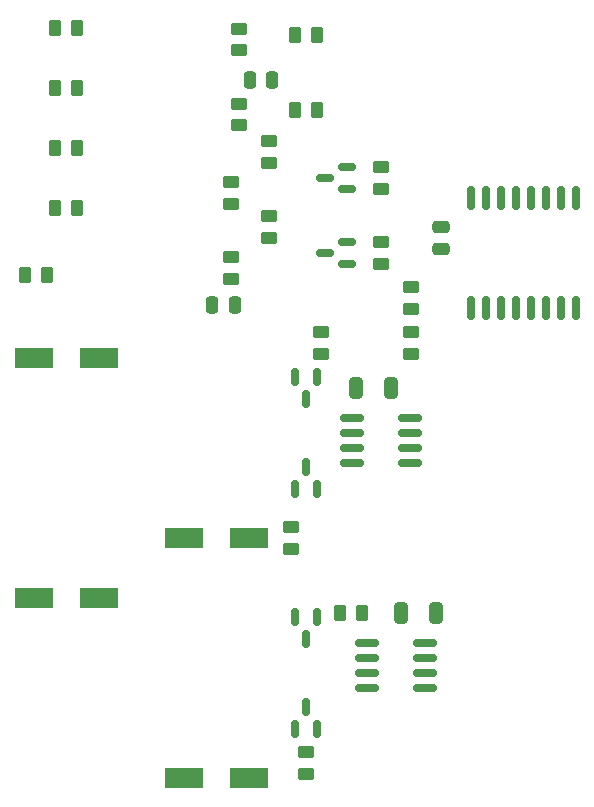
<source format=gbr>
%TF.GenerationSoftware,KiCad,Pcbnew,6.0.6*%
%TF.CreationDate,2022-09-05T11:32:39-04:00*%
%TF.ProjectId,mpio8,6d70696f-382e-46b6-9963-61645f706362,rev?*%
%TF.SameCoordinates,Original*%
%TF.FileFunction,Paste,Top*%
%TF.FilePolarity,Positive*%
%FSLAX46Y46*%
G04 Gerber Fmt 4.6, Leading zero omitted, Abs format (unit mm)*
G04 Created by KiCad (PCBNEW 6.0.6) date 2022-09-05 11:32:39*
%MOMM*%
%LPD*%
G01*
G04 APERTURE LIST*
G04 Aperture macros list*
%AMRoundRect*
0 Rectangle with rounded corners*
0 $1 Rounding radius*
0 $2 $3 $4 $5 $6 $7 $8 $9 X,Y pos of 4 corners*
0 Add a 4 corners polygon primitive as box body*
4,1,4,$2,$3,$4,$5,$6,$7,$8,$9,$2,$3,0*
0 Add four circle primitives for the rounded corners*
1,1,$1+$1,$2,$3*
1,1,$1+$1,$4,$5*
1,1,$1+$1,$6,$7*
1,1,$1+$1,$8,$9*
0 Add four rect primitives between the rounded corners*
20,1,$1+$1,$2,$3,$4,$5,0*
20,1,$1+$1,$4,$5,$6,$7,0*
20,1,$1+$1,$6,$7,$8,$9,0*
20,1,$1+$1,$8,$9,$2,$3,0*%
G04 Aperture macros list end*
%ADD10R,3.300000X1.700000*%
%ADD11RoundRect,0.250000X-0.325000X-0.650000X0.325000X-0.650000X0.325000X0.650000X-0.325000X0.650000X0*%
%ADD12RoundRect,0.250000X-0.250000X-0.475000X0.250000X-0.475000X0.250000X0.475000X-0.250000X0.475000X0*%
%ADD13RoundRect,0.250000X0.250000X0.475000X-0.250000X0.475000X-0.250000X-0.475000X0.250000X-0.475000X0*%
%ADD14RoundRect,0.250000X-0.262500X-0.450000X0.262500X-0.450000X0.262500X0.450000X-0.262500X0.450000X0*%
%ADD15RoundRect,0.250000X-0.450000X0.262500X-0.450000X-0.262500X0.450000X-0.262500X0.450000X0.262500X0*%
%ADD16RoundRect,0.250000X0.450000X-0.262500X0.450000X0.262500X-0.450000X0.262500X-0.450000X-0.262500X0*%
%ADD17RoundRect,0.250000X-0.475000X0.250000X-0.475000X-0.250000X0.475000X-0.250000X0.475000X0.250000X0*%
%ADD18RoundRect,0.150000X0.150000X-0.875000X0.150000X0.875000X-0.150000X0.875000X-0.150000X-0.875000X0*%
%ADD19RoundRect,0.250000X0.262500X0.450000X-0.262500X0.450000X-0.262500X-0.450000X0.262500X-0.450000X0*%
%ADD20RoundRect,0.150000X-0.150000X0.587500X-0.150000X-0.587500X0.150000X-0.587500X0.150000X0.587500X0*%
%ADD21RoundRect,0.150000X0.825000X0.150000X-0.825000X0.150000X-0.825000X-0.150000X0.825000X-0.150000X0*%
%ADD22RoundRect,0.150000X0.587500X0.150000X-0.587500X0.150000X-0.587500X-0.150000X0.587500X-0.150000X0*%
%ADD23RoundRect,0.150000X0.150000X-0.587500X0.150000X0.587500X-0.150000X0.587500X-0.150000X-0.587500X0*%
G04 APERTURE END LIST*
D10*
%TO.C,D4*%
X108160000Y-104140000D03*
X102660000Y-104140000D03*
%TD*%
%TO.C,D3*%
X89960000Y-88900000D03*
X95460000Y-88900000D03*
%TD*%
%TO.C,D2*%
X108160000Y-124460000D03*
X102660000Y-124460000D03*
%TD*%
%TO.C,D1*%
X89960000Y-109220000D03*
X95460000Y-109220000D03*
%TD*%
D11*
%TO.C,C3*%
X121080000Y-110490000D03*
X124030000Y-110490000D03*
%TD*%
D12*
%TO.C,C6*%
X105095000Y-84455000D03*
X106995000Y-84455000D03*
%TD*%
D13*
%TO.C,C5*%
X108270000Y-65405000D03*
X110170000Y-65405000D03*
%TD*%
D11*
%TO.C,C4*%
X117270000Y-91440000D03*
X120220000Y-91440000D03*
%TD*%
D14*
%TO.C,R21*%
X89257500Y-81915000D03*
X91082500Y-81915000D03*
%TD*%
D15*
%TO.C,R20*%
X121920000Y-86717500D03*
X121920000Y-88542500D03*
%TD*%
D16*
%TO.C,R19*%
X121920000Y-84732500D03*
X121920000Y-82907500D03*
%TD*%
D17*
%TO.C,C2*%
X124460000Y-77790000D03*
X124460000Y-79690000D03*
%TD*%
D18*
%TO.C,U1*%
X127000000Y-84660000D03*
X128270000Y-84660000D03*
X129540000Y-84660000D03*
X130810000Y-84660000D03*
X132080000Y-84660000D03*
X133350000Y-84660000D03*
X134620000Y-84660000D03*
X135890000Y-84660000D03*
X135890000Y-75360000D03*
X134620000Y-75360000D03*
X133350000Y-75360000D03*
X132080000Y-75360000D03*
X130810000Y-75360000D03*
X129540000Y-75360000D03*
X128270000Y-75360000D03*
X127000000Y-75360000D03*
%TD*%
D14*
%TO.C,R12*%
X91797500Y-71120000D03*
X93622500Y-71120000D03*
%TD*%
D19*
%TO.C,R18*%
X93622500Y-60960000D03*
X91797500Y-60960000D03*
%TD*%
%TO.C,R15*%
X93622500Y-66040000D03*
X91797500Y-66040000D03*
%TD*%
D20*
%TO.C,Q8*%
X113980000Y-90502500D03*
X112080000Y-90502500D03*
X113030000Y-92377500D03*
%TD*%
D21*
%TO.C,U3*%
X121855000Y-97790000D03*
X121855000Y-96520000D03*
X121855000Y-95250000D03*
X121855000Y-93980000D03*
X116905000Y-93980000D03*
X116905000Y-95250000D03*
X116905000Y-96520000D03*
X116905000Y-97790000D03*
%TD*%
D15*
%TO.C,R5*%
X109855000Y-76915000D03*
X109855000Y-78740000D03*
%TD*%
D22*
%TO.C,Q9*%
X116507500Y-80960000D03*
X116507500Y-79060000D03*
X114632500Y-80010000D03*
%TD*%
D16*
%TO.C,R1*%
X113030000Y-124102500D03*
X113030000Y-122277500D03*
%TD*%
D20*
%TO.C,Q4*%
X113980000Y-110822500D03*
X112080000Y-110822500D03*
X113030000Y-112697500D03*
%TD*%
D15*
%TO.C,R11*%
X119380000Y-72747500D03*
X119380000Y-74572500D03*
%TD*%
D19*
%TO.C,R16*%
X113942500Y-61595000D03*
X112117500Y-61595000D03*
%TD*%
D15*
%TO.C,R9*%
X109855000Y-70565000D03*
X109855000Y-72390000D03*
%TD*%
%TO.C,R7*%
X119380000Y-79097500D03*
X119380000Y-80922500D03*
%TD*%
D16*
%TO.C,R3*%
X111760000Y-105052500D03*
X111760000Y-103227500D03*
%TD*%
D15*
%TO.C,R4*%
X114300000Y-86717500D03*
X114300000Y-88542500D03*
%TD*%
%TO.C,R14*%
X107315000Y-67390000D03*
X107315000Y-69215000D03*
%TD*%
D19*
%TO.C,R2*%
X117752500Y-110490000D03*
X115927500Y-110490000D03*
%TD*%
D15*
%TO.C,R17*%
X107315000Y-61040000D03*
X107315000Y-62865000D03*
%TD*%
%TO.C,R10*%
X106680000Y-74017500D03*
X106680000Y-75842500D03*
%TD*%
D21*
%TO.C,U2*%
X123125000Y-116840000D03*
X123125000Y-115570000D03*
X123125000Y-114300000D03*
X123125000Y-113030000D03*
X118175000Y-113030000D03*
X118175000Y-114300000D03*
X118175000Y-115570000D03*
X118175000Y-116840000D03*
%TD*%
D14*
%TO.C,R8*%
X91797500Y-76200000D03*
X93622500Y-76200000D03*
%TD*%
D22*
%TO.C,Q10*%
X116507500Y-74610000D03*
X116507500Y-72710000D03*
X114632500Y-73660000D03*
%TD*%
D15*
%TO.C,R6*%
X106680000Y-80367500D03*
X106680000Y-82192500D03*
%TD*%
D23*
%TO.C,Q2*%
X112080000Y-120317500D03*
X113980000Y-120317500D03*
X113030000Y-118442500D03*
%TD*%
%TO.C,Q6*%
X112080000Y-99997500D03*
X113980000Y-99997500D03*
X113030000Y-98122500D03*
%TD*%
D19*
%TO.C,R13*%
X113942500Y-67945000D03*
X112117500Y-67945000D03*
%TD*%
M02*

</source>
